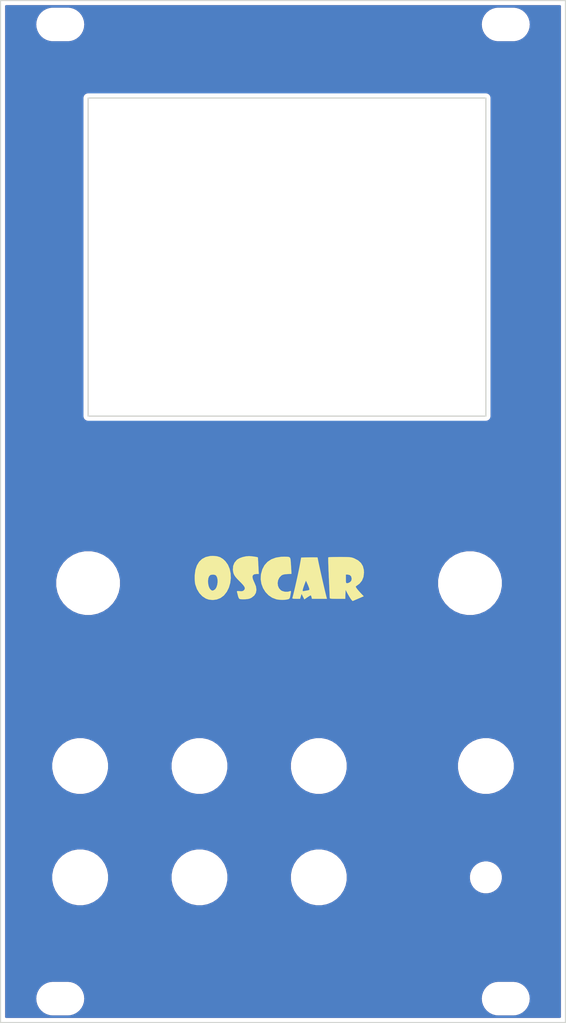
<source format=kicad_pcb>
(kicad_pcb (version 20171130) (host pcbnew "(5.1.4)-1")

  (general
    (thickness 1.6)
    (drawings 37)
    (tracks 0)
    (zones 0)
    (modules 15)
    (nets 1)
  )

  (page A4)
  (layers
    (0 F.Cu signal)
    (31 B.Cu signal hide)
    (34 B.Paste user)
    (35 F.Paste user)
    (36 B.SilkS user)
    (37 F.SilkS user)
    (38 B.Mask user)
    (39 F.Mask user)
    (40 Dwgs.User user)
    (41 Cmts.User user)
    (42 Eco1.User user hide)
    (43 Eco2.User user)
    (44 Edge.Cuts user)
    (45 Margin user)
    (46 B.CrtYd user)
    (47 F.CrtYd user)
    (48 B.Fab user)
    (49 F.Fab user hide)
  )

  (setup
    (last_trace_width 0.25)
    (user_trace_width 0.25)
    (user_trace_width 0.3)
    (user_trace_width 0.4)
    (trace_clearance 0.2)
    (zone_clearance 0.508)
    (zone_45_only no)
    (trace_min 0.2)
    (via_size 0.8)
    (via_drill 0.4)
    (via_min_size 0.4)
    (via_min_drill 0.3)
    (blind_buried_vias_allowed yes)
    (uvia_size 0.3)
    (uvia_drill 0.1)
    (uvias_allowed no)
    (uvia_min_size 0.2)
    (uvia_min_drill 0.1)
    (edge_width 0.05)
    (segment_width 0.2)
    (pcb_text_width 0.3)
    (pcb_text_size 1.5 1.5)
    (mod_edge_width 0.12)
    (mod_text_size 1 1)
    (mod_text_width 0.15)
    (pad_size 1.524 1.524)
    (pad_drill 0.762)
    (pad_to_mask_clearance 0.051)
    (solder_mask_min_width 0.25)
    (aux_axis_origin 0 0)
    (visible_elements 7FFFFF7F)
    (pcbplotparams
      (layerselection 0x010fc_ffffffff)
      (usegerberextensions false)
      (usegerberattributes false)
      (usegerberadvancedattributes false)
      (creategerberjobfile false)
      (excludeedgelayer true)
      (linewidth 0.100000)
      (plotframeref false)
      (viasonmask false)
      (mode 1)
      (useauxorigin false)
      (hpglpennumber 1)
      (hpglpenspeed 20)
      (hpglpendiameter 15.000000)
      (psnegative false)
      (psa4output false)
      (plotreference true)
      (plotvalue true)
      (plotinvisibletext false)
      (padsonsilk false)
      (subtractmaskfromsilk false)
      (outputformat 1)
      (mirror false)
      (drillshape 0)
      (scaleselection 1)
      (outputdirectory "Gerbers/"))
  )

  (net 0 "")

  (net_class Default "This is the default net class."
    (clearance 0.2)
    (trace_width 0.25)
    (via_dia 0.8)
    (via_drill 0.4)
    (uvia_dia 0.3)
    (uvia_drill 0.1)
  )

  (module oscar_logo:oscar_logo (layer F.Cu) (tedit 0) (tstamp 5D723FDB)
    (at 161 113.65)
    (fp_text reference G*** (at 0 0) (layer F.SilkS) hide
      (effects (font (size 1.524 1.524) (thickness 0.3)))
    )
    (fp_text value LOGO (at 0.75 0) (layer F.SilkS) hide
      (effects (font (size 1.524 1.524) (thickness 0.3)))
    )
    (fp_poly (pts (xy 3.492723 -2.89082) (xy 3.719085 -2.885212) (xy 3.835946 -2.875048) (xy 3.846286 -2.870052)
      (xy 3.862148 -2.761557) (xy 3.906688 -2.532083) (xy 3.975333 -2.201932) (xy 4.063511 -1.791408)
      (xy 4.166651 -1.320816) (xy 4.280181 -0.810457) (xy 4.399529 -0.280637) (xy 4.520123 0.248341)
      (xy 4.637392 0.756174) (xy 4.746764 1.222559) (xy 4.843667 1.627192) (xy 4.923529 1.949768)
      (xy 4.978688 2.159) (xy 5.024357 2.322286) (xy 3.132104 2.322286) (xy 3.084286 2.104571)
      (xy 3.034002 1.95229) (xy 2.979016 1.886902) (xy 2.977806 1.886857) (xy 2.891248 1.925162)
      (xy 2.725199 2.024766) (xy 2.549627 2.14104) (xy 2.18011 2.395223) (xy 2.005281 2.051214)
      (xy 1.830451 1.707206) (xy 1.73831 2.014746) (xy 1.646168 2.322286) (xy 1.141891 2.322286)
      (xy 0.864295 2.314913) (xy 0.712723 2.290416) (xy 0.668694 2.245228) (xy 0.671821 2.231571)
      (xy 0.715987 2.0848) (xy 0.784719 1.819926) (xy 0.87258 1.460853) (xy 0.90499 1.32382)
      (xy 1.964721 1.32382) (xy 2.017961 1.36401) (xy 2.112872 1.350605) (xy 2.302455 1.314611)
      (xy 2.536867 1.274189) (xy 2.564868 1.269631) (xy 2.743124 1.231652) (xy 2.811131 1.173125)
      (xy 2.803018 1.058629) (xy 2.796169 1.029593) (xy 2.739441 0.856244) (xy 2.643335 0.614896)
      (xy 2.564077 0.435428) (xy 2.379553 0.036286) (xy 2.200744 0.505949) (xy 2.102413 0.778346)
      (xy 2.0223 1.025619) (xy 1.98084 1.181087) (xy 1.964721 1.32382) (xy 0.90499 1.32382)
      (xy 0.974133 1.031485) (xy 1.083941 0.555729) (xy 1.19657 0.057487) (xy 1.306582 -0.439333)
      (xy 1.408541 -0.910829) (xy 1.49701 -1.333095) (xy 1.566555 -1.682226) (xy 1.588235 -1.79813)
      (xy 1.78273 -2.866572) (xy 2.814508 -2.886707) (xy 3.182613 -2.891457) (xy 3.492723 -2.89082)) (layer F.SilkS) (width 0.01))
    (fp_poly (pts (xy -4.585014 -3.037943) (xy -4.333503 -3.011954) (xy -4.072858 -2.976312) (xy -3.8461 -2.937292)
      (xy -3.696247 -2.90117) (xy -3.661667 -2.884202) (xy -3.653214 -2.809447) (xy -3.639683 -2.615989)
      (xy -3.6227 -2.330111) (xy -3.603891 -1.978098) (xy -3.596601 -1.832429) (xy -3.545796 -0.798286)
      (xy -3.836 -0.798286) (xy -4.115927 -0.760911) (xy -4.283972 -0.645575) (xy -4.341285 -0.447466)
      (xy -4.289017 -0.161768) (xy -4.128317 0.216333) (xy -4.094238 0.282639) (xy -3.900898 0.761007)
      (xy -3.840798 1.196306) (xy -3.911922 1.581424) (xy -4.112253 1.909247) (xy -4.439773 2.172665)
      (xy -4.661374 2.282536) (xy -4.884354 2.340073) (xy -5.191375 2.376167) (xy -5.522516 2.387832)
      (xy -5.817852 2.372083) (xy -5.957242 2.347096) (xy -6.046107 2.259081) (xy -6.129138 2.067653)
      (xy -6.155078 1.974515) (xy -6.214025 1.736454) (xy -6.266057 1.535788) (xy -6.281518 1.479665)
      (xy -6.296665 1.390999) (xy -6.25408 1.350867) (xy -6.12197 1.347832) (xy -5.95467 1.362091)
      (xy -5.700456 1.371618) (xy -5.535669 1.333363) (xy -5.440845 1.268179) (xy -5.327236 1.132366)
      (xy -5.294772 0.987491) (xy -5.351096 0.815717) (xy -5.503849 0.599205) (xy -5.760674 0.320118)
      (xy -5.911129 0.170442) (xy -6.241081 -0.162883) (xy -6.476054 -0.432977) (xy -6.633134 -0.668849)
      (xy -6.729404 -0.899508) (xy -6.781949 -1.153964) (xy -6.800274 -1.339292) (xy -6.769033 -1.806889)
      (xy -6.604793 -2.217696) (xy -6.31 -2.566089) (xy -6.241143 -2.623414) (xy -5.958772 -2.787409)
      (xy -5.584877 -2.923142) (xy -5.172508 -3.015152) (xy -4.784372 -3.048) (xy -4.585014 -3.037943)) (layer F.SilkS) (width 0.01))
    (fp_poly (pts (xy -0.028949 -2.969694) (xy 0.201206 -2.945859) (xy 0.339841 -2.885978) (xy 0.413758 -2.773097)
      (xy 0.44976 -2.590264) (xy 0.464123 -2.442132) (xy 0.487713 -2.139377) (xy 0.512731 -1.770214)
      (xy 0.533861 -1.41322) (xy 0.534324 -1.404559) (xy 0.56581 -0.813404) (xy 0.032587 -0.786478)
      (xy -0.305249 -0.75581) (xy -0.539393 -0.697997) (xy -0.70389 -0.608047) (xy -0.961386 -0.339609)
      (xy -1.118617 -0.013994) (xy -1.176861 0.338123) (xy -1.137396 0.686068) (xy -1.001502 0.999166)
      (xy -0.770457 1.246742) (xy -0.622889 1.334845) (xy -0.27139 1.435381) (xy 0.103213 1.435414)
      (xy 0.321847 1.380653) (xy 0.424154 1.342856) (xy 0.480786 1.34322) (xy 0.497439 1.40748)
      (xy 0.479808 1.561368) (xy 0.433587 1.830617) (xy 0.428226 1.861347) (xy 0.380273 2.111074)
      (xy 0.329593 2.255648) (xy 0.251358 2.333366) (xy 0.120737 2.382524) (xy 0.083512 2.39303)
      (xy -0.207522 2.441126) (xy -0.576809 2.457335) (xy -0.961055 2.441861) (xy -1.296964 2.394909)
      (xy -1.325556 2.388467) (xy -1.851466 2.193361) (xy -2.31531 1.881769) (xy -2.704883 1.473518)
      (xy -3.00798 0.98843) (xy -3.212398 0.446331) (xy -3.305932 -0.132955) (xy -3.276378 -0.729603)
      (xy -3.269722 -0.769566) (xy -3.099557 -1.3884) (xy -2.82346 -1.909053) (xy -2.444498 -2.329186)
      (xy -1.965737 -2.646464) (xy -1.390243 -2.858548) (xy -0.72108 -2.963103) (xy -0.377428 -2.974438)
      (xy -0.028949 -2.969694)) (layer F.SilkS) (width 0.01))
    (fp_poly (pts (xy -8.821475 -3.034352) (xy -8.405391 -2.907947) (xy -8.037212 -2.678863) (xy -7.743868 -2.403397)
      (xy -7.424897 -1.960794) (xy -7.205754 -1.439765) (xy -7.085203 -0.866064) (xy -7.062011 -0.265445)
      (xy -7.134946 0.336337) (xy -7.302773 0.913531) (xy -7.564259 1.440381) (xy -7.918171 1.891134)
      (xy -7.951131 1.923808) (xy -8.355797 2.220405) (xy -8.826542 2.405806) (xy -9.329964 2.474505)
      (xy -9.83266 2.420993) (xy -10.196286 2.293966) (xy -10.639492 2.006334) (xy -11.018586 1.603691)
      (xy -11.317704 1.107915) (xy -11.520983 0.540882) (xy -11.546375 0.431989) (xy -11.58144 0.172355)
      (xy -11.587223 0.066189) (xy -9.928608 0.066189) (xy -9.913159 0.402849) (xy -9.847159 0.727569)
      (xy -9.73286 1.004275) (xy -9.572513 1.196891) (xy -9.531889 1.224046) (xy -9.423976 1.285373)
      (xy -9.35244 1.295107) (xy -9.240083 1.256651) (xy -9.19401 1.238932) (xy -9.00796 1.100761)
      (xy -8.865566 0.865986) (xy -8.769546 0.568145) (xy -8.722618 0.240773) (xy -8.727503 -0.082592)
      (xy -8.786918 -0.368413) (xy -8.903583 -0.583153) (xy -9.038394 -0.680634) (xy -9.28492 -0.723592)
      (xy -9.543946 -0.694904) (xy -9.649138 -0.654675) (xy -9.798849 -0.498648) (xy -9.891255 -0.246335)
      (xy -9.928608 0.066189) (xy -11.587223 0.066189) (xy -11.600244 -0.172809) (xy -11.600077 -0.544524)
      (xy -11.59605 -0.649784) (xy -11.510536 -1.311882) (xy -11.325168 -1.875674) (xy -11.044177 -2.336641)
      (xy -10.671796 -2.690263) (xy -10.212255 -2.932021) (xy -9.669787 -3.057394) (xy -9.325429 -3.07505)
      (xy -8.821475 -3.034352)) (layer F.SilkS) (width 0.01))
    (fp_poly (pts (xy 6.62819 -2.938424) (xy 7.119279 -2.936987) (xy 7.490934 -2.931645) (xy 7.768859 -2.919978)
      (xy 7.978755 -2.899568) (xy 8.146324 -2.867995) (xy 8.297269 -2.822842) (xy 8.442377 -2.767698)
      (xy 8.933114 -2.511959) (xy 9.297237 -2.187085) (xy 9.538687 -1.787358) (xy 9.661404 -1.30706)
      (xy 9.679646 -0.972573) (xy 9.615053 -0.430924) (xy 9.429541 0.030834) (xy 9.121791 0.415047)
      (xy 8.740101 0.695958) (xy 8.653868 0.756791) (xy 8.648104 0.826737) (xy 8.723122 0.957436)
      (xy 8.741865 0.986244) (xy 8.86098 1.144322) (xy 9.043848 1.360207) (xy 9.252036 1.588628)
      (xy 9.263324 1.600515) (xy 9.647006 2.003601) (xy 8.980928 2.289943) (xy 8.694174 2.413239)
      (xy 8.458387 2.51466) (xy 8.304758 2.580788) (xy 8.263932 2.598403) (xy 8.198104 2.556524)
      (xy 8.084119 2.425229) (xy 7.99884 2.308117) (xy 7.839979 2.059698) (xy 7.667002 1.764649)
      (xy 7.575334 1.596571) (xy 7.366 1.197428) (xy 7.344804 1.759857) (xy 7.323609 2.322286)
      (xy 6.346947 2.322286) (xy 5.95273 2.320798) (xy 5.681126 2.31431) (xy 5.509622 2.299787)
      (xy 5.415701 2.274192) (xy 5.376849 2.234489) (xy 5.370286 2.190589) (xy 5.367054 2.088736)
      (xy 5.35788 1.859794) (xy 5.343539 1.521664) (xy 5.324812 1.092244) (xy 5.302475 0.589434)
      (xy 5.277307 0.031132) (xy 5.25791 -0.394273) (xy 5.243507 -0.725714) (xy 7.402286 -0.725714)
      (xy 7.402286 -0.181429) (xy 7.404816 0.095576) (xy 7.418822 0.257971) (xy 7.453931 0.336279)
      (xy 7.519766 0.361022) (xy 7.573927 0.362857) (xy 7.751513 0.318593) (xy 7.936784 0.212447)
      (xy 8.075817 0.059028) (xy 8.125811 -0.142273) (xy 8.128 -0.218867) (xy 8.070734 -0.484813)
      (xy 7.905337 -0.656589) (xy 7.641412 -0.724909) (xy 7.603852 -0.725714) (xy 7.402286 -0.725714)
      (xy 5.243507 -0.725714) (xy 5.2326 -0.97667) (xy 5.211947 -1.512341) (xy 5.196407 -1.98419)
      (xy 5.186434 -2.375118) (xy 5.182485 -2.668029) (xy 5.185015 -2.845824) (xy 5.191386 -2.893291)
      (xy 5.27502 -2.907524) (xy 5.480615 -2.919882) (xy 5.784993 -2.929638) (xy 6.164977 -2.936062)
      (xy 6.59739 -2.938428) (xy 6.62819 -2.938424)) (layer F.SilkS) (width 0.01))
  )

  (module Custom_Footprints:Alpha_9mm_pot_hole (layer F.Cu) (tedit 5D714505) (tstamp 5D7146C7)
    (at 136 114)
    (descr "Mounting Hole 7mm")
    (tags "mounting hole 7mm")
    (fp_text reference Ref** (at 0 -6.8) (layer F.SilkS) hide
      (effects (font (size 1 1) (thickness 0.15)))
    )
    (fp_text value Alpha_9mm_pot_hole (at 0 7) (layer F.Fab) hide
      (effects (font (size 1 1) (thickness 0.15)))
    )
    (fp_circle (center 0 0) (end 6 0) (layer F.CrtYd) (width 0.05))
    (fp_circle (center 0 0) (end 3.5 0) (layer Cmts.User) (width 0.15))
    (pad "" np_thru_hole circle (at 0 0) (size 7 7) (drill 7) (layers *.Cu *.Mask))
  )

  (module Custom_Footprints:Oval_Mounting_Hole (layer F.Cu) (tedit 5C93BEBC) (tstamp 5D72409D)
    (at 188.5 166.25)
    (descr "Mounting Hole 6mm, no annular")
    (tags "mounting hole 6mm no annular")
    (fp_text reference Ref** (at 0 -3.5) (layer F.SilkS) hide
      (effects (font (size 1 1) (thickness 0.15)))
    )
    (fp_text value Oval_Mounting_Hole (at 0 5.08) (layer F.Fab)
      (effects (font (size 1 1) (thickness 0.15)))
    )
    (fp_line (start 5.08 -3) (end 7.5 -3) (layer Dwgs.User) (width 0.15))
    (fp_line (start 5.08 3) (end 7.5 3) (layer Dwgs.User) (width 0.15))
    (fp_line (start 7.5 1.27) (end 7.5 3) (layer Dwgs.User) (width 0.15))
    (fp_line (start 7.5 -3) (end 7.5 -1.27) (layer Dwgs.User) (width 0.15))
    (fp_line (start -7.5 3) (end -5.08 3) (layer Dwgs.User) (width 0.15))
    (fp_line (start -7.5 -3) (end -5.08 -3) (layer Dwgs.User) (width 0.15))
    (fp_line (start -7.5 1.27) (end -7.5 3) (layer Dwgs.User) (width 0.15))
    (fp_line (start -7.5 -3) (end -7.5 -1.27) (layer Dwgs.User) (width 0.15))
    (fp_circle (center 0 0) (end 1.54 0) (layer Cmts.User) (width 0.15))
    (pad "" np_thru_hole oval (at 0 0) (size 5 3.2) (drill oval 5 3.2) (layers *.Cu *.Mask))
  )

  (module Custom_Footprints:Oval_Mounting_Hole (layer F.Cu) (tedit 5C93BEBC) (tstamp 5D724068)
    (at 132.5 166.25)
    (descr "Mounting Hole 6mm, no annular")
    (tags "mounting hole 6mm no annular")
    (fp_text reference Ref** (at 0 -3.5) (layer F.SilkS) hide
      (effects (font (size 1 1) (thickness 0.15)))
    )
    (fp_text value Oval_Mounting_Hole (at 0 5.08) (layer F.Fab)
      (effects (font (size 1 1) (thickness 0.15)))
    )
    (fp_circle (center 0 0) (end 1.54 0) (layer Cmts.User) (width 0.15))
    (fp_line (start -7.5 -3) (end -7.5 -1.27) (layer Dwgs.User) (width 0.15))
    (fp_line (start -7.5 1.27) (end -7.5 3) (layer Dwgs.User) (width 0.15))
    (fp_line (start -7.5 -3) (end -5.08 -3) (layer Dwgs.User) (width 0.15))
    (fp_line (start -7.5 3) (end -5.08 3) (layer Dwgs.User) (width 0.15))
    (fp_line (start 7.5 -3) (end 7.5 -1.27) (layer Dwgs.User) (width 0.15))
    (fp_line (start 7.5 1.27) (end 7.5 3) (layer Dwgs.User) (width 0.15))
    (fp_line (start 5.08 3) (end 7.5 3) (layer Dwgs.User) (width 0.15))
    (fp_line (start 5.08 -3) (end 7.5 -3) (layer Dwgs.User) (width 0.15))
    (pad "" np_thru_hole oval (at 0 0) (size 5 3.2) (drill oval 5 3.2) (layers *.Cu *.Mask))
  )

  (module Custom_Footprints:Oval_Mounting_Hole (layer F.Cu) (tedit 5C93BEBC) (tstamp 5D724033)
    (at 188.5 43.75)
    (descr "Mounting Hole 6mm, no annular")
    (tags "mounting hole 6mm no annular")
    (fp_text reference Ref** (at 0 -3.5) (layer F.SilkS) hide
      (effects (font (size 1 1) (thickness 0.15)))
    )
    (fp_text value Oval_Mounting_Hole (at 0 5.08) (layer F.Fab)
      (effects (font (size 1 1) (thickness 0.15)))
    )
    (fp_circle (center 0 0) (end 1.54 0) (layer Cmts.User) (width 0.15))
    (fp_line (start -7.5 -3) (end -7.5 -1.27) (layer Dwgs.User) (width 0.15))
    (fp_line (start -7.5 1.27) (end -7.5 3) (layer Dwgs.User) (width 0.15))
    (fp_line (start -7.5 -3) (end -5.08 -3) (layer Dwgs.User) (width 0.15))
    (fp_line (start -7.5 3) (end -5.08 3) (layer Dwgs.User) (width 0.15))
    (fp_line (start 7.5 -3) (end 7.5 -1.27) (layer Dwgs.User) (width 0.15))
    (fp_line (start 7.5 1.27) (end 7.5 3) (layer Dwgs.User) (width 0.15))
    (fp_line (start 5.08 3) (end 7.5 3) (layer Dwgs.User) (width 0.15))
    (fp_line (start 5.08 -3) (end 7.5 -3) (layer Dwgs.User) (width 0.15))
    (pad "" np_thru_hole oval (at 0 0) (size 5 3.2) (drill oval 5 3.2) (layers *.Cu *.Mask))
  )

  (module Custom_Footprints:Oval_Mounting_Hole (layer F.Cu) (tedit 5C93BEBC) (tstamp 5D724024)
    (at 132.5 43.75)
    (descr "Mounting Hole 6mm, no annular")
    (tags "mounting hole 6mm no annular")
    (fp_text reference Ref** (at 0 -3.5) (layer F.SilkS) hide
      (effects (font (size 1 1) (thickness 0.15)))
    )
    (fp_text value Oval_Mounting_Hole (at 0 5.08) (layer F.Fab)
      (effects (font (size 1 1) (thickness 0.15)))
    )
    (fp_line (start 5.08 -3) (end 7.5 -3) (layer Dwgs.User) (width 0.15))
    (fp_line (start 5.08 3) (end 7.5 3) (layer Dwgs.User) (width 0.15))
    (fp_line (start 7.5 1.27) (end 7.5 3) (layer Dwgs.User) (width 0.15))
    (fp_line (start 7.5 -3) (end 7.5 -1.27) (layer Dwgs.User) (width 0.15))
    (fp_line (start -7.5 3) (end -5.08 3) (layer Dwgs.User) (width 0.15))
    (fp_line (start -7.5 -3) (end -5.08 -3) (layer Dwgs.User) (width 0.15))
    (fp_line (start -7.5 1.27) (end -7.5 3) (layer Dwgs.User) (width 0.15))
    (fp_line (start -7.5 -3) (end -7.5 -1.27) (layer Dwgs.User) (width 0.15))
    (fp_circle (center 0 0) (end 1.54 0) (layer Cmts.User) (width 0.15))
    (pad "" np_thru_hole oval (at 0 0) (size 5 3.2) (drill oval 5 3.2) (layers *.Cu *.Mask))
  )

  (module Custom_Footprints:Alpha_9mm_pot_hole (layer F.Cu) (tedit 5D714505) (tstamp 5D714682)
    (at 184 114)
    (descr "Mounting Hole 7mm")
    (tags "mounting hole 7mm")
    (fp_text reference Ref** (at 0 -6.8) (layer F.SilkS) hide
      (effects (font (size 1 1) (thickness 0.15)))
    )
    (fp_text value Alpha_9mm_pot_hole (at 0 7) (layer F.Fab) hide
      (effects (font (size 1 1) (thickness 0.15)))
    )
    (fp_circle (center 0 0) (end 3.5 0) (layer Cmts.User) (width 0.15))
    (fp_circle (center 0 0) (end 6 0) (layer F.CrtYd) (width 0.05))
    (pad "" np_thru_hole circle (at 0 0) (size 7 7) (drill 7) (layers *.Cu *.Mask))
  )

  (module Custom_Footprints:Sub_Miniature_Switch_MountingHole_3mm (layer F.Cu) (tedit 5D7142DE) (tstamp 5D7143EB)
    (at 186 151)
    (descr "Mounting Hole 6mm, no annular")
    (tags "mounting hole 6mm no annular")
    (fp_text reference Ref** (at 0 -5.4) (layer F.SilkS) hide
      (effects (font (size 1 1) (thickness 0.15)))
    )
    (fp_text value Subminiature_Switch (at 0 5.1) (layer F.Fab) hide
      (effects (font (size 1 1) (thickness 0.15)))
    )
    (fp_circle (center 0 0) (end 1.5 0) (layer Cmts.User) (width 0.15))
    (fp_circle (center 0 0) (end 1.6 0) (layer F.CrtYd) (width 0.05))
    (pad "" np_thru_hole circle (at 0 0) (size 3 3) (drill 3) (layers *.Cu *.Mask))
  )

  (module Custom_Footprints:Thonkiconn_Socket_MountingHole_6mm (layer F.Cu) (tedit 5C92C29C) (tstamp 5D713704)
    (at 165 151)
    (descr "Mounting Hole 6mm, no annular")
    (tags "mounting hole 6mm no annular")
    (fp_text reference Ref** (at 0 -5.8) (layer F.SilkS) hide
      (effects (font (size 1 1) (thickness 0.15)))
    )
    (fp_text value Thonkiconn_Socket_MountingHole_6mm (at 0 5.825) (layer F.Fab)
      (effects (font (size 1 1) (thickness 0.15)))
    )
    (fp_circle (center 0 0) (end 4.5 0) (layer F.CrtYd) (width 0.05))
    (pad "" np_thru_hole circle (at 0 0) (size 6 6) (drill 6) (layers *.Cu *.Mask))
  )

  (module Custom_Footprints:Thonkiconn_Socket_MountingHole_6mm (layer F.Cu) (tedit 5C92C29C) (tstamp 5D7136DD)
    (at 150 151)
    (descr "Mounting Hole 6mm, no annular")
    (tags "mounting hole 6mm no annular")
    (fp_text reference Ref** (at 0 -5.8) (layer F.SilkS) hide
      (effects (font (size 1 1) (thickness 0.15)))
    )
    (fp_text value Thonkiconn_Socket_MountingHole_6mm (at 0 5.825) (layer F.Fab)
      (effects (font (size 1 1) (thickness 0.15)))
    )
    (fp_circle (center 0 0) (end 4.5 0) (layer F.CrtYd) (width 0.05))
    (pad "" np_thru_hole circle (at 0 0) (size 6 6) (drill 6) (layers *.Cu *.Mask))
  )

  (module Custom_Footprints:Thonkiconn_Socket_MountingHole_6mm (layer F.Cu) (tedit 5C92C29C) (tstamp 5D7136AF)
    (at 135 151)
    (descr "Mounting Hole 6mm, no annular")
    (tags "mounting hole 6mm no annular")
    (fp_text reference Ref** (at 0 -5.8) (layer F.SilkS) hide
      (effects (font (size 1 1) (thickness 0.15)))
    )
    (fp_text value Thonkiconn_Socket_MountingHole_6mm (at 0 5.825) (layer F.Fab)
      (effects (font (size 1 1) (thickness 0.15)))
    )
    (fp_circle (center 0 0) (end 4.5 0) (layer F.CrtYd) (width 0.05))
    (pad "" np_thru_hole circle (at 0 0) (size 6 6) (drill 6) (layers *.Cu *.Mask))
  )

  (module Custom_Footprints:Thonkiconn_Socket_MountingHole_6mm (layer F.Cu) (tedit 5C92C29C) (tstamp 5D713638)
    (at 186 137)
    (descr "Mounting Hole 6mm, no annular")
    (tags "mounting hole 6mm no annular")
    (fp_text reference Ref** (at 0 -5.8) (layer F.SilkS) hide
      (effects (font (size 1 1) (thickness 0.15)))
    )
    (fp_text value Thonkiconn_Socket_MountingHole_6mm (at 0 5.825) (layer F.Fab)
      (effects (font (size 1 1) (thickness 0.15)))
    )
    (fp_circle (center 0 0) (end 4.5 0) (layer F.CrtYd) (width 0.05))
    (pad "" np_thru_hole circle (at 0 0) (size 6 6) (drill 6) (layers *.Cu *.Mask))
  )

  (module Custom_Footprints:Thonkiconn_Socket_MountingHole_6mm (layer F.Cu) (tedit 5C92C29C) (tstamp 5D713611)
    (at 165 137)
    (descr "Mounting Hole 6mm, no annular")
    (tags "mounting hole 6mm no annular")
    (fp_text reference Ref** (at 0 -5.8) (layer F.SilkS) hide
      (effects (font (size 1 1) (thickness 0.15)))
    )
    (fp_text value Thonkiconn_Socket_MountingHole_6mm (at 0 5.825) (layer F.Fab)
      (effects (font (size 1 1) (thickness 0.15)))
    )
    (fp_circle (center 0 0) (end 4.5 0) (layer F.CrtYd) (width 0.05))
    (pad "" np_thru_hole circle (at 0 0) (size 6 6) (drill 6) (layers *.Cu *.Mask))
  )

  (module Custom_Footprints:Thonkiconn_Socket_MountingHole_6mm (layer F.Cu) (tedit 5C92C29C) (tstamp 5D7135EA)
    (at 150 137)
    (descr "Mounting Hole 6mm, no annular")
    (tags "mounting hole 6mm no annular")
    (fp_text reference Ref** (at 0 -5.8) (layer F.SilkS) hide
      (effects (font (size 1 1) (thickness 0.15)))
    )
    (fp_text value Thonkiconn_Socket_MountingHole_6mm (at 0 5.825) (layer F.Fab)
      (effects (font (size 1 1) (thickness 0.15)))
    )
    (fp_circle (center 0 0) (end 4.5 0) (layer F.CrtYd) (width 0.05))
    (pad "" np_thru_hole circle (at 0 0) (size 6 6) (drill 6) (layers *.Cu *.Mask))
  )

  (module Custom_Footprints:Thonkiconn_Socket_MountingHole_6mm (layer F.Cu) (tedit 5C92C29C) (tstamp 5D712D64)
    (at 135 137)
    (descr "Mounting Hole 6mm, no annular")
    (tags "mounting hole 6mm no annular")
    (fp_text reference Ref** (at 0 -5.8) (layer F.SilkS) hide
      (effects (font (size 1 1) (thickness 0.15)))
    )
    (fp_text value Thonkiconn_Socket_MountingHole_6mm (at 0 5.825) (layer F.Fab)
      (effects (font (size 1 1) (thickness 0.15)))
    )
    (fp_circle (center 0 0) (end 4.5 0) (layer F.CrtYd) (width 0.05))
    (pad "" np_thru_hole circle (at 0 0) (size 6 6) (drill 6) (layers *.Cu *.Mask))
  )

  (gr_poly (pts (xy 172 154) (xy 172 148) (xy 175 151)) (layer F.Mask) (width 0.1) (tstamp 5D7244B2))
  (gr_poly (pts (xy 174.5 134) (xy 174.5 140) (xy 171.5 137)) (layer F.Mask) (width 0.1))
  (gr_text OUT (at 176 151) (layer F.Mask) (tstamp 5D724424)
    (effects (font (size 2 2) (thickness 0.3)) (justify left))
  )
  (gr_text IN (at 176 137) (layer F.Mask) (tstamp 5D724412)
    (effects (font (size 2 2) (thickness 0.3)) (justify left))
  )
  (gr_text C (at 165 129) (layer F.Mask) (tstamp 5D724402)
    (effects (font (size 2 2) (thickness 0.3)))
  )
  (gr_text B (at 150 129) (layer F.Mask) (tstamp 5D724400)
    (effects (font (size 2 2) (thickness 0.3)))
  )
  (gr_text A (at 135 129) (layer F.Mask) (tstamp 5D7243FC)
    (effects (font (size 2 2) (thickness 0.3)))
  )
  (gr_text Reset (at 186 156) (layer F.Mask) (tstamp 5D72431B)
    (effects (font (size 2 2) (thickness 0.3)))
  )
  (gr_text MIDI (at 186 129) (layer F.Mask) (tstamp 5D7242FD)
    (effects (font (size 2 2) (thickness 0.3)))
  )
  (gr_text Menu (at 184 101) (layer F.Mask) (tstamp 5D72428B)
    (effects (font (size 2 2) (thickness 0.3)))
  )
  (gr_text Mode (at 135.7 101) (layer F.Mask) (tstamp 5D724287)
    (effects (font (size 2 2) (thickness 0.3)))
  )
  (gr_line (start 136 125) (end 136 106.6) (layer Eco1.User) (width 0.12) (tstamp 5D7146BA))
  (gr_line (start 127.4 114) (end 193.5 114) (layer Eco1.User) (width 0.15))
  (gr_line (start 184 121.5) (end 184 103.1) (layer Eco1.User) (width 0.12))
  (gr_line (start 186 132.6) (end 186 154.4) (layer Eco1.User) (width 0.15))
  (gr_line (start 165 132.9) (end 165 155.5) (layer Eco1.User) (width 0.15))
  (gr_line (start 150 133.4) (end 150 155.4) (layer Eco1.User) (width 0.15))
  (gr_line (start 130.5 151) (end 194.3 151) (layer Eco1.User) (width 0.15))
  (gr_line (start 135 132.9) (end 135 154.9) (layer Eco1.User) (width 0.15))
  (gr_line (start 130.6 137) (end 188.9 137) (layer Eco1.User) (width 0.15))
  (gr_line (start 186 93) (end 136 93) (layer Edge.Cuts) (width 0.15) (tstamp 5D7121D2))
  (gr_line (start 186 53) (end 186 93) (layer Edge.Cuts) (width 0.15) (tstamp 5D7121D1))
  (gr_line (start 136 93) (end 136 53) (layer Edge.Cuts) (width 0.15) (tstamp 5D7121D0))
  (gr_line (start 136 53) (end 186 53) (layer Edge.Cuts) (width 0.15) (tstamp 5D7121CF))
  (gr_line (start 136 93) (end 136 53) (layer Eco1.User) (width 0.15) (tstamp 5D711E6C))
  (gr_line (start 186 93) (end 136 93) (layer Eco1.User) (width 0.15))
  (gr_line (start 186 53) (end 186 93) (layer Eco1.User) (width 0.15))
  (gr_line (start 136 53) (end 186 53) (layer Eco1.User) (width 0.15))
  (gr_line (start 196 40.75) (end 196 169.25) (layer Edge.Cuts) (width 0.12) (tstamp 5D711911))
  (gr_line (start 125 169.25) (end 196 169.25) (layer Edge.Cuts) (width 0.12) (tstamp 5D711ED8))
  (gr_line (start 125 40.75) (end 196 40.75) (layer Edge.Cuts) (width 0.12) (tstamp 5D71190F))
  (gr_line (start 125 40.75) (end 125 169.25) (layer Edge.Cuts) (width 0.12) (tstamp 5D71190E))
  (gr_text "Mountjoy Modular" (at 150.421429 47.1) (layer F.Mask)
    (effects (font (size 1.5 1.5) (thickness 0.3)) (justify left))
  )
  (gr_line (start 125 160) (end 196 160) (layer Eco1.User) (width 0.12) (tstamp 5D2F7B8D))
  (gr_line (start 196 50) (end 196 160) (layer Eco1.User) (width 0.12) (tstamp 5D2F7B8C))
  (gr_line (start 125 50) (end 196 50) (layer Eco1.User) (width 0.12) (tstamp 5D2F7B7C))
  (gr_line (start 125 50) (end 125 160) (layer Eco1.User) (width 0.12))

  (zone (net 0) (net_name "") (layer B.Cu) (tstamp 5D701F4C) (hatch edge 0.508)
    (connect_pads (clearance 0.508))
    (min_thickness 0.254)
    (fill yes (arc_segments 32) (thermal_gap 0.508) (thermal_bridge_width 0.508))
    (polygon
      (pts
        (xy 196 40.8) (xy 125 40.8) (xy 125 169.2) (xy 196 169.2)
      )
    )
    (filled_polygon
      (pts
        (xy 195.305001 168.555) (xy 125.695 168.555) (xy 125.695 166.25) (xy 129.354186 166.25) (xy 129.397339 166.688137)
        (xy 129.525138 167.109436) (xy 129.732674 167.497707) (xy 130.01197 167.83803) (xy 130.352293 168.117326) (xy 130.740564 168.324862)
        (xy 131.161863 168.452661) (xy 131.490204 168.485) (xy 133.509796 168.485) (xy 133.838137 168.452661) (xy 134.259436 168.324862)
        (xy 134.647707 168.117326) (xy 134.98803 167.83803) (xy 135.267326 167.497707) (xy 135.474862 167.109436) (xy 135.602661 166.688137)
        (xy 135.645814 166.25) (xy 185.354186 166.25) (xy 185.397339 166.688137) (xy 185.525138 167.109436) (xy 185.732674 167.497707)
        (xy 186.01197 167.83803) (xy 186.352293 168.117326) (xy 186.740564 168.324862) (xy 187.161863 168.452661) (xy 187.490204 168.485)
        (xy 189.509796 168.485) (xy 189.838137 168.452661) (xy 190.259436 168.324862) (xy 190.647707 168.117326) (xy 190.98803 167.83803)
        (xy 191.267326 167.497707) (xy 191.474862 167.109436) (xy 191.602661 166.688137) (xy 191.645814 166.25) (xy 191.602661 165.811863)
        (xy 191.474862 165.390564) (xy 191.267326 165.002293) (xy 190.98803 164.66197) (xy 190.647707 164.382674) (xy 190.259436 164.175138)
        (xy 189.838137 164.047339) (xy 189.509796 164.015) (xy 187.490204 164.015) (xy 187.161863 164.047339) (xy 186.740564 164.175138)
        (xy 186.352293 164.382674) (xy 186.01197 164.66197) (xy 185.732674 165.002293) (xy 185.525138 165.390564) (xy 185.397339 165.811863)
        (xy 185.354186 166.25) (xy 135.645814 166.25) (xy 135.602661 165.811863) (xy 135.474862 165.390564) (xy 135.267326 165.002293)
        (xy 134.98803 164.66197) (xy 134.647707 164.382674) (xy 134.259436 164.175138) (xy 133.838137 164.047339) (xy 133.509796 164.015)
        (xy 131.490204 164.015) (xy 131.161863 164.047339) (xy 130.740564 164.175138) (xy 130.352293 164.382674) (xy 130.01197 164.66197)
        (xy 129.732674 165.002293) (xy 129.525138 165.390564) (xy 129.397339 165.811863) (xy 129.354186 166.25) (xy 125.695 166.25)
        (xy 125.695 150.641984) (xy 131.365 150.641984) (xy 131.365 151.358016) (xy 131.504691 152.06029) (xy 131.778705 152.721818)
        (xy 132.176511 153.317177) (xy 132.682823 153.823489) (xy 133.278182 154.221295) (xy 133.93971 154.495309) (xy 134.641984 154.635)
        (xy 135.358016 154.635) (xy 136.06029 154.495309) (xy 136.721818 154.221295) (xy 137.317177 153.823489) (xy 137.823489 153.317177)
        (xy 138.221295 152.721818) (xy 138.495309 152.06029) (xy 138.635 151.358016) (xy 138.635 150.641984) (xy 146.365 150.641984)
        (xy 146.365 151.358016) (xy 146.504691 152.06029) (xy 146.778705 152.721818) (xy 147.176511 153.317177) (xy 147.682823 153.823489)
        (xy 148.278182 154.221295) (xy 148.93971 154.495309) (xy 149.641984 154.635) (xy 150.358016 154.635) (xy 151.06029 154.495309)
        (xy 151.721818 154.221295) (xy 152.317177 153.823489) (xy 152.823489 153.317177) (xy 153.221295 152.721818) (xy 153.495309 152.06029)
        (xy 153.635 151.358016) (xy 153.635 150.641984) (xy 161.365 150.641984) (xy 161.365 151.358016) (xy 161.504691 152.06029)
        (xy 161.778705 152.721818) (xy 162.176511 153.317177) (xy 162.682823 153.823489) (xy 163.278182 154.221295) (xy 163.93971 154.495309)
        (xy 164.641984 154.635) (xy 165.358016 154.635) (xy 166.06029 154.495309) (xy 166.721818 154.221295) (xy 167.317177 153.823489)
        (xy 167.823489 153.317177) (xy 168.221295 152.721818) (xy 168.495309 152.06029) (xy 168.635 151.358016) (xy 168.635 150.789721)
        (xy 183.865 150.789721) (xy 183.865 151.210279) (xy 183.947047 151.622756) (xy 184.107988 152.011302) (xy 184.341637 152.360983)
        (xy 184.639017 152.658363) (xy 184.988698 152.892012) (xy 185.377244 153.052953) (xy 185.789721 153.135) (xy 186.210279 153.135)
        (xy 186.622756 153.052953) (xy 187.011302 152.892012) (xy 187.360983 152.658363) (xy 187.658363 152.360983) (xy 187.892012 152.011302)
        (xy 188.052953 151.622756) (xy 188.135 151.210279) (xy 188.135 150.789721) (xy 188.052953 150.377244) (xy 187.892012 149.988698)
        (xy 187.658363 149.639017) (xy 187.360983 149.341637) (xy 187.011302 149.107988) (xy 186.622756 148.947047) (xy 186.210279 148.865)
        (xy 185.789721 148.865) (xy 185.377244 148.947047) (xy 184.988698 149.107988) (xy 184.639017 149.341637) (xy 184.341637 149.639017)
        (xy 184.107988 149.988698) (xy 183.947047 150.377244) (xy 183.865 150.789721) (xy 168.635 150.789721) (xy 168.635 150.641984)
        (xy 168.495309 149.93971) (xy 168.221295 149.278182) (xy 167.823489 148.682823) (xy 167.317177 148.176511) (xy 166.721818 147.778705)
        (xy 166.06029 147.504691) (xy 165.358016 147.365) (xy 164.641984 147.365) (xy 163.93971 147.504691) (xy 163.278182 147.778705)
        (xy 162.682823 148.176511) (xy 162.176511 148.682823) (xy 161.778705 149.278182) (xy 161.504691 149.93971) (xy 161.365 150.641984)
        (xy 153.635 150.641984) (xy 153.495309 149.93971) (xy 153.221295 149.278182) (xy 152.823489 148.682823) (xy 152.317177 148.176511)
        (xy 151.721818 147.778705) (xy 151.06029 147.504691) (xy 150.358016 147.365) (xy 149.641984 147.365) (xy 148.93971 147.504691)
        (xy 148.278182 147.778705) (xy 147.682823 148.176511) (xy 147.176511 148.682823) (xy 146.778705 149.278182) (xy 146.504691 149.93971)
        (xy 146.365 150.641984) (xy 138.635 150.641984) (xy 138.495309 149.93971) (xy 138.221295 149.278182) (xy 137.823489 148.682823)
        (xy 137.317177 148.176511) (xy 136.721818 147.778705) (xy 136.06029 147.504691) (xy 135.358016 147.365) (xy 134.641984 147.365)
        (xy 133.93971 147.504691) (xy 133.278182 147.778705) (xy 132.682823 148.176511) (xy 132.176511 148.682823) (xy 131.778705 149.278182)
        (xy 131.504691 149.93971) (xy 131.365 150.641984) (xy 125.695 150.641984) (xy 125.695 136.641984) (xy 131.365 136.641984)
        (xy 131.365 137.358016) (xy 131.504691 138.06029) (xy 131.778705 138.721818) (xy 132.176511 139.317177) (xy 132.682823 139.823489)
        (xy 133.278182 140.221295) (xy 133.93971 140.495309) (xy 134.641984 140.635) (xy 135.358016 140.635) (xy 136.06029 140.495309)
        (xy 136.721818 140.221295) (xy 137.317177 139.823489) (xy 137.823489 139.317177) (xy 138.221295 138.721818) (xy 138.495309 138.06029)
        (xy 138.635 137.358016) (xy 138.635 136.641984) (xy 146.365 136.641984) (xy 146.365 137.358016) (xy 146.504691 138.06029)
        (xy 146.778705 138.721818) (xy 147.176511 139.317177) (xy 147.682823 139.823489) (xy 148.278182 140.221295) (xy 148.93971 140.495309)
        (xy 149.641984 140.635) (xy 150.358016 140.635) (xy 151.06029 140.495309) (xy 151.721818 140.221295) (xy 152.317177 139.823489)
        (xy 152.823489 139.317177) (xy 153.221295 138.721818) (xy 153.495309 138.06029) (xy 153.635 137.358016) (xy 153.635 136.641984)
        (xy 161.365 136.641984) (xy 161.365 137.358016) (xy 161.504691 138.06029) (xy 161.778705 138.721818) (xy 162.176511 139.317177)
        (xy 162.682823 139.823489) (xy 163.278182 140.221295) (xy 163.93971 140.495309) (xy 164.641984 140.635) (xy 165.358016 140.635)
        (xy 166.06029 140.495309) (xy 166.721818 140.221295) (xy 167.317177 139.823489) (xy 167.823489 139.317177) (xy 168.221295 138.721818)
        (xy 168.495309 138.06029) (xy 168.635 137.358016) (xy 168.635 136.641984) (xy 182.365 136.641984) (xy 182.365 137.358016)
        (xy 182.504691 138.06029) (xy 182.778705 138.721818) (xy 183.176511 139.317177) (xy 183.682823 139.823489) (xy 184.278182 140.221295)
        (xy 184.93971 140.495309) (xy 185.641984 140.635) (xy 186.358016 140.635) (xy 187.06029 140.495309) (xy 187.721818 140.221295)
        (xy 188.317177 139.823489) (xy 188.823489 139.317177) (xy 189.221295 138.721818) (xy 189.495309 138.06029) (xy 189.635 137.358016)
        (xy 189.635 136.641984) (xy 189.495309 135.93971) (xy 189.221295 135.278182) (xy 188.823489 134.682823) (xy 188.317177 134.176511)
        (xy 187.721818 133.778705) (xy 187.06029 133.504691) (xy 186.358016 133.365) (xy 185.641984 133.365) (xy 184.93971 133.504691)
        (xy 184.278182 133.778705) (xy 183.682823 134.176511) (xy 183.176511 134.682823) (xy 182.778705 135.278182) (xy 182.504691 135.93971)
        (xy 182.365 136.641984) (xy 168.635 136.641984) (xy 168.495309 135.93971) (xy 168.221295 135.278182) (xy 167.823489 134.682823)
        (xy 167.317177 134.176511) (xy 166.721818 133.778705) (xy 166.06029 133.504691) (xy 165.358016 133.365) (xy 164.641984 133.365)
        (xy 163.93971 133.504691) (xy 163.278182 133.778705) (xy 162.682823 134.176511) (xy 162.176511 134.682823) (xy 161.778705 135.278182)
        (xy 161.504691 135.93971) (xy 161.365 136.641984) (xy 153.635 136.641984) (xy 153.495309 135.93971) (xy 153.221295 135.278182)
        (xy 152.823489 134.682823) (xy 152.317177 134.176511) (xy 151.721818 133.778705) (xy 151.06029 133.504691) (xy 150.358016 133.365)
        (xy 149.641984 133.365) (xy 148.93971 133.504691) (xy 148.278182 133.778705) (xy 147.682823 134.176511) (xy 147.176511 134.682823)
        (xy 146.778705 135.278182) (xy 146.504691 135.93971) (xy 146.365 136.641984) (xy 138.635 136.641984) (xy 138.495309 135.93971)
        (xy 138.221295 135.278182) (xy 137.823489 134.682823) (xy 137.317177 134.176511) (xy 136.721818 133.778705) (xy 136.06029 133.504691)
        (xy 135.358016 133.365) (xy 134.641984 133.365) (xy 133.93971 133.504691) (xy 133.278182 133.778705) (xy 132.682823 134.176511)
        (xy 132.176511 134.682823) (xy 131.778705 135.278182) (xy 131.504691 135.93971) (xy 131.365 136.641984) (xy 125.695 136.641984)
        (xy 125.695 113.592738) (xy 131.865 113.592738) (xy 131.865 114.407262) (xy 132.023906 115.206135) (xy 132.335611 115.958657)
        (xy 132.788136 116.635909) (xy 133.364091 117.211864) (xy 134.041343 117.664389) (xy 134.793865 117.976094) (xy 135.592738 118.135)
        (xy 136.407262 118.135) (xy 137.206135 117.976094) (xy 137.958657 117.664389) (xy 138.635909 117.211864) (xy 139.211864 116.635909)
        (xy 139.664389 115.958657) (xy 139.976094 115.206135) (xy 140.135 114.407262) (xy 140.135 113.592738) (xy 179.865 113.592738)
        (xy 179.865 114.407262) (xy 180.023906 115.206135) (xy 180.335611 115.958657) (xy 180.788136 116.635909) (xy 181.364091 117.211864)
        (xy 182.041343 117.664389) (xy 182.793865 117.976094) (xy 183.592738 118.135) (xy 184.407262 118.135) (xy 185.206135 117.976094)
        (xy 185.958657 117.664389) (xy 186.635909 117.211864) (xy 187.211864 116.635909) (xy 187.664389 115.958657) (xy 187.976094 115.206135)
        (xy 188.135 114.407262) (xy 188.135 113.592738) (xy 187.976094 112.793865) (xy 187.664389 112.041343) (xy 187.211864 111.364091)
        (xy 186.635909 110.788136) (xy 185.958657 110.335611) (xy 185.206135 110.023906) (xy 184.407262 109.865) (xy 183.592738 109.865)
        (xy 182.793865 110.023906) (xy 182.041343 110.335611) (xy 181.364091 110.788136) (xy 180.788136 111.364091) (xy 180.335611 112.041343)
        (xy 180.023906 112.793865) (xy 179.865 113.592738) (xy 140.135 113.592738) (xy 139.976094 112.793865) (xy 139.664389 112.041343)
        (xy 139.211864 111.364091) (xy 138.635909 110.788136) (xy 137.958657 110.335611) (xy 137.206135 110.023906) (xy 136.407262 109.865)
        (xy 135.592738 109.865) (xy 134.793865 110.023906) (xy 134.041343 110.335611) (xy 133.364091 110.788136) (xy 132.788136 111.364091)
        (xy 132.335611 112.041343) (xy 132.023906 112.793865) (xy 131.865 113.592738) (xy 125.695 113.592738) (xy 125.695 53)
        (xy 135.286565 53) (xy 135.290001 53.034887) (xy 135.29 92.965123) (xy 135.286565 93) (xy 135.300273 93.139184)
        (xy 135.340872 93.27302) (xy 135.4068 93.396363) (xy 135.495525 93.504475) (xy 135.603637 93.5932) (xy 135.72698 93.659128)
        (xy 135.860816 93.699727) (xy 136 93.713435) (xy 136.034877 93.71) (xy 185.965123 93.71) (xy 186 93.713435)
        (xy 186.034877 93.71) (xy 186.139184 93.699727) (xy 186.27302 93.659128) (xy 186.396363 93.5932) (xy 186.504475 93.504475)
        (xy 186.5932 93.396363) (xy 186.659128 93.27302) (xy 186.699727 93.139184) (xy 186.713435 93) (xy 186.71 92.965123)
        (xy 186.71 53.034877) (xy 186.713435 53) (xy 186.699727 52.860816) (xy 186.659128 52.72698) (xy 186.5932 52.603637)
        (xy 186.504475 52.495525) (xy 186.396363 52.4068) (xy 186.27302 52.340872) (xy 186.139184 52.300273) (xy 186.034877 52.29)
        (xy 186 52.286565) (xy 185.965123 52.29) (xy 136.034877 52.29) (xy 136 52.286565) (xy 135.965123 52.29)
        (xy 135.860816 52.300273) (xy 135.72698 52.340872) (xy 135.603637 52.4068) (xy 135.495525 52.495525) (xy 135.4068 52.603637)
        (xy 135.340872 52.72698) (xy 135.300273 52.860816) (xy 135.286565 53) (xy 125.695 53) (xy 125.695 43.75)
        (xy 129.354186 43.75) (xy 129.397339 44.188137) (xy 129.525138 44.609436) (xy 129.732674 44.997707) (xy 130.01197 45.33803)
        (xy 130.352293 45.617326) (xy 130.740564 45.824862) (xy 131.161863 45.952661) (xy 131.490204 45.985) (xy 133.509796 45.985)
        (xy 133.838137 45.952661) (xy 134.259436 45.824862) (xy 134.647707 45.617326) (xy 134.98803 45.33803) (xy 135.267326 44.997707)
        (xy 135.474862 44.609436) (xy 135.602661 44.188137) (xy 135.645814 43.75) (xy 185.354186 43.75) (xy 185.397339 44.188137)
        (xy 185.525138 44.609436) (xy 185.732674 44.997707) (xy 186.01197 45.33803) (xy 186.352293 45.617326) (xy 186.740564 45.824862)
        (xy 187.161863 45.952661) (xy 187.490204 45.985) (xy 189.509796 45.985) (xy 189.838137 45.952661) (xy 190.259436 45.824862)
        (xy 190.647707 45.617326) (xy 190.98803 45.33803) (xy 191.267326 44.997707) (xy 191.474862 44.609436) (xy 191.602661 44.188137)
        (xy 191.645814 43.75) (xy 191.602661 43.311863) (xy 191.474862 42.890564) (xy 191.267326 42.502293) (xy 190.98803 42.16197)
        (xy 190.647707 41.882674) (xy 190.259436 41.675138) (xy 189.838137 41.547339) (xy 189.509796 41.515) (xy 187.490204 41.515)
        (xy 187.161863 41.547339) (xy 186.740564 41.675138) (xy 186.352293 41.882674) (xy 186.01197 42.16197) (xy 185.732674 42.502293)
        (xy 185.525138 42.890564) (xy 185.397339 43.311863) (xy 185.354186 43.75) (xy 135.645814 43.75) (xy 135.602661 43.311863)
        (xy 135.474862 42.890564) (xy 135.267326 42.502293) (xy 134.98803 42.16197) (xy 134.647707 41.882674) (xy 134.259436 41.675138)
        (xy 133.838137 41.547339) (xy 133.509796 41.515) (xy 131.490204 41.515) (xy 131.161863 41.547339) (xy 130.740564 41.675138)
        (xy 130.352293 41.882674) (xy 130.01197 42.16197) (xy 129.732674 42.502293) (xy 129.525138 42.890564) (xy 129.397339 43.311863)
        (xy 129.354186 43.75) (xy 125.695 43.75) (xy 125.695 41.445) (xy 195.305 41.445)
      )
    )
  )
  (zone (net 0) (net_name "") (layer F.Cu) (tstamp 5D701F3D) (hatch edge 0.508)
    (connect_pads (clearance 0.508))
    (min_thickness 0.254)
    (fill yes (arc_segments 32) (thermal_gap 0.508) (thermal_bridge_width 0.508))
    (polygon
      (pts
        (xy 125 40.8) (xy 196 40.8) (xy 196 169.2) (xy 125 169.2)
      )
    )
    (filled_polygon
      (pts
        (xy 195.305001 168.555) (xy 125.695 168.555) (xy 125.695 166.25) (xy 129.354186 166.25) (xy 129.397339 166.688137)
        (xy 129.525138 167.109436) (xy 129.732674 167.497707) (xy 130.01197 167.83803) (xy 130.352293 168.117326) (xy 130.740564 168.324862)
        (xy 131.161863 168.452661) (xy 131.490204 168.485) (xy 133.509796 168.485) (xy 133.838137 168.452661) (xy 134.259436 168.324862)
        (xy 134.647707 168.117326) (xy 134.98803 167.83803) (xy 135.267326 167.497707) (xy 135.474862 167.109436) (xy 135.602661 166.688137)
        (xy 135.645814 166.25) (xy 185.354186 166.25) (xy 185.397339 166.688137) (xy 185.525138 167.109436) (xy 185.732674 167.497707)
        (xy 186.01197 167.83803) (xy 186.352293 168.117326) (xy 186.740564 168.324862) (xy 187.161863 168.452661) (xy 187.490204 168.485)
        (xy 189.509796 168.485) (xy 189.838137 168.452661) (xy 190.259436 168.324862) (xy 190.647707 168.117326) (xy 190.98803 167.83803)
        (xy 191.267326 167.497707) (xy 191.474862 167.109436) (xy 191.602661 166.688137) (xy 191.645814 166.25) (xy 191.602661 165.811863)
        (xy 191.474862 165.390564) (xy 191.267326 165.002293) (xy 190.98803 164.66197) (xy 190.647707 164.382674) (xy 190.259436 164.175138)
        (xy 189.838137 164.047339) (xy 189.509796 164.015) (xy 187.490204 164.015) (xy 187.161863 164.047339) (xy 186.740564 164.175138)
        (xy 186.352293 164.382674) (xy 186.01197 164.66197) (xy 185.732674 165.002293) (xy 185.525138 165.390564) (xy 185.397339 165.811863)
        (xy 185.354186 166.25) (xy 135.645814 166.25) (xy 135.602661 165.811863) (xy 135.474862 165.390564) (xy 135.267326 165.002293)
        (xy 134.98803 164.66197) (xy 134.647707 164.382674) (xy 134.259436 164.175138) (xy 133.838137 164.047339) (xy 133.509796 164.015)
        (xy 131.490204 164.015) (xy 131.161863 164.047339) (xy 130.740564 164.175138) (xy 130.352293 164.382674) (xy 130.01197 164.66197)
        (xy 129.732674 165.002293) (xy 129.525138 165.390564) (xy 129.397339 165.811863) (xy 129.354186 166.25) (xy 125.695 166.25)
        (xy 125.695 150.641984) (xy 131.365 150.641984) (xy 131.365 151.358016) (xy 131.504691 152.06029) (xy 131.778705 152.721818)
        (xy 132.176511 153.317177) (xy 132.682823 153.823489) (xy 133.278182 154.221295) (xy 133.93971 154.495309) (xy 134.641984 154.635)
        (xy 135.358016 154.635) (xy 136.06029 154.495309) (xy 136.721818 154.221295) (xy 137.317177 153.823489) (xy 137.823489 153.317177)
        (xy 138.221295 152.721818) (xy 138.495309 152.06029) (xy 138.635 151.358016) (xy 138.635 150.641984) (xy 146.365 150.641984)
        (xy 146.365 151.358016) (xy 146.504691 152.06029) (xy 146.778705 152.721818) (xy 147.176511 153.317177) (xy 147.682823 153.823489)
        (xy 148.278182 154.221295) (xy 148.93971 154.495309) (xy 149.641984 154.635) (xy 150.358016 154.635) (xy 151.06029 154.495309)
        (xy 151.721818 154.221295) (xy 152.317177 153.823489) (xy 152.823489 153.317177) (xy 153.221295 152.721818) (xy 153.495309 152.06029)
        (xy 153.635 151.358016) (xy 153.635 150.641984) (xy 161.365 150.641984) (xy 161.365 151.358016) (xy 161.504691 152.06029)
        (xy 161.778705 152.721818) (xy 162.176511 153.317177) (xy 162.682823 153.823489) (xy 163.278182 154.221295) (xy 163.93971 154.495309)
        (xy 164.641984 154.635) (xy 165.358016 154.635) (xy 166.06029 154.495309) (xy 166.721818 154.221295) (xy 167.317177 153.823489)
        (xy 167.823489 153.317177) (xy 168.221295 152.721818) (xy 168.495309 152.06029) (xy 168.635 151.358016) (xy 168.635 150.789721)
        (xy 183.865 150.789721) (xy 183.865 151.210279) (xy 183.947047 151.622756) (xy 184.107988 152.011302) (xy 184.341637 152.360983)
        (xy 184.639017 152.658363) (xy 184.988698 152.892012) (xy 185.377244 153.052953) (xy 185.789721 153.135) (xy 186.210279 153.135)
        (xy 186.622756 153.052953) (xy 187.011302 152.892012) (xy 187.360983 152.658363) (xy 187.658363 152.360983) (xy 187.892012 152.011302)
        (xy 188.052953 151.622756) (xy 188.135 151.210279) (xy 188.135 150.789721) (xy 188.052953 150.377244) (xy 187.892012 149.988698)
        (xy 187.658363 149.639017) (xy 187.360983 149.341637) (xy 187.011302 149.107988) (xy 186.622756 148.947047) (xy 186.210279 148.865)
        (xy 185.789721 148.865) (xy 185.377244 148.947047) (xy 184.988698 149.107988) (xy 184.639017 149.341637) (xy 184.341637 149.639017)
        (xy 184.107988 149.988698) (xy 183.947047 150.377244) (xy 183.865 150.789721) (xy 168.635 150.789721) (xy 168.635 150.641984)
        (xy 168.495309 149.93971) (xy 168.221295 149.278182) (xy 167.823489 148.682823) (xy 167.317177 148.176511) (xy 166.721818 147.778705)
        (xy 166.06029 147.504691) (xy 165.358016 147.365) (xy 164.641984 147.365) (xy 163.93971 147.504691) (xy 163.278182 147.778705)
        (xy 162.682823 148.176511) (xy 162.176511 148.682823) (xy 161.778705 149.278182) (xy 161.504691 149.93971) (xy 161.365 150.641984)
        (xy 153.635 150.641984) (xy 153.495309 149.93971) (xy 153.221295 149.278182) (xy 152.823489 148.682823) (xy 152.317177 148.176511)
        (xy 151.721818 147.778705) (xy 151.06029 147.504691) (xy 150.358016 147.365) (xy 149.641984 147.365) (xy 148.93971 147.504691)
        (xy 148.278182 147.778705) (xy 147.682823 148.176511) (xy 147.176511 148.682823) (xy 146.778705 149.278182) (xy 146.504691 149.93971)
        (xy 146.365 150.641984) (xy 138.635 150.641984) (xy 138.495309 149.93971) (xy 138.221295 149.278182) (xy 137.823489 148.682823)
        (xy 137.317177 148.176511) (xy 136.721818 147.778705) (xy 136.06029 147.504691) (xy 135.358016 147.365) (xy 134.641984 147.365)
        (xy 133.93971 147.504691) (xy 133.278182 147.778705) (xy 132.682823 148.176511) (xy 132.176511 148.682823) (xy 131.778705 149.278182)
        (xy 131.504691 149.93971) (xy 131.365 150.641984) (xy 125.695 150.641984) (xy 125.695 136.641984) (xy 131.365 136.641984)
        (xy 131.365 137.358016) (xy 131.504691 138.06029) (xy 131.778705 138.721818) (xy 132.176511 139.317177) (xy 132.682823 139.823489)
        (xy 133.278182 140.221295) (xy 133.93971 140.495309) (xy 134.641984 140.635) (xy 135.358016 140.635) (xy 136.06029 140.495309)
        (xy 136.721818 140.221295) (xy 137.317177 139.823489) (xy 137.823489 139.317177) (xy 138.221295 138.721818) (xy 138.495309 138.06029)
        (xy 138.635 137.358016) (xy 138.635 136.641984) (xy 146.365 136.641984) (xy 146.365 137.358016) (xy 146.504691 138.06029)
        (xy 146.778705 138.721818) (xy 147.176511 139.317177) (xy 147.682823 139.823489) (xy 148.278182 140.221295) (xy 148.93971 140.495309)
        (xy 149.641984 140.635) (xy 150.358016 140.635) (xy 151.06029 140.495309) (xy 151.721818 140.221295) (xy 152.317177 139.823489)
        (xy 152.823489 139.317177) (xy 153.221295 138.721818) (xy 153.495309 138.06029) (xy 153.635 137.358016) (xy 153.635 136.641984)
        (xy 161.365 136.641984) (xy 161.365 137.358016) (xy 161.504691 138.06029) (xy 161.778705 138.721818) (xy 162.176511 139.317177)
        (xy 162.682823 139.823489) (xy 163.278182 140.221295) (xy 163.93971 140.495309) (xy 164.641984 140.635) (xy 165.358016 140.635)
        (xy 166.06029 140.495309) (xy 166.721818 140.221295) (xy 167.317177 139.823489) (xy 167.823489 139.317177) (xy 168.221295 138.721818)
        (xy 168.495309 138.06029) (xy 168.635 137.358016) (xy 168.635 136.641984) (xy 182.365 136.641984) (xy 182.365 137.358016)
        (xy 182.504691 138.06029) (xy 182.778705 138.721818) (xy 183.176511 139.317177) (xy 183.682823 139.823489) (xy 184.278182 140.221295)
        (xy 184.93971 140.495309) (xy 185.641984 140.635) (xy 186.358016 140.635) (xy 187.06029 140.495309) (xy 187.721818 140.221295)
        (xy 188.317177 139.823489) (xy 188.823489 139.317177) (xy 189.221295 138.721818) (xy 189.495309 138.06029) (xy 189.635 137.358016)
        (xy 189.635 136.641984) (xy 189.495309 135.93971) (xy 189.221295 135.278182) (xy 188.823489 134.682823) (xy 188.317177 134.176511)
        (xy 187.721818 133.778705) (xy 187.06029 133.504691) (xy 186.358016 133.365) (xy 185.641984 133.365) (xy 184.93971 133.504691)
        (xy 184.278182 133.778705) (xy 183.682823 134.176511) (xy 183.176511 134.682823) (xy 182.778705 135.278182) (xy 182.504691 135.93971)
        (xy 182.365 136.641984) (xy 168.635 136.641984) (xy 168.495309 135.93971) (xy 168.221295 135.278182) (xy 167.823489 134.682823)
        (xy 167.317177 134.176511) (xy 166.721818 133.778705) (xy 166.06029 133.504691) (xy 165.358016 133.365) (xy 164.641984 133.365)
        (xy 163.93971 133.504691) (xy 163.278182 133.778705) (xy 162.682823 134.176511) (xy 162.176511 134.682823) (xy 161.778705 135.278182)
        (xy 161.504691 135.93971) (xy 161.365 136.641984) (xy 153.635 136.641984) (xy 153.495309 135.93971) (xy 153.221295 135.278182)
        (xy 152.823489 134.682823) (xy 152.317177 134.176511) (xy 151.721818 133.778705) (xy 151.06029 133.504691) (xy 150.358016 133.365)
        (xy 149.641984 133.365) (xy 148.93971 133.504691) (xy 148.278182 133.778705) (xy 147.682823 134.176511) (xy 147.176511 134.682823)
        (xy 146.778705 135.278182) (xy 146.504691 135.93971) (xy 146.365 136.641984) (xy 138.635 136.641984) (xy 138.495309 135.93971)
        (xy 138.221295 135.278182) (xy 137.823489 134.682823) (xy 137.317177 134.176511) (xy 136.721818 133.778705) (xy 136.06029 133.504691)
        (xy 135.358016 133.365) (xy 134.641984 133.365) (xy 133.93971 133.504691) (xy 133.278182 133.778705) (xy 132.682823 134.176511)
        (xy 132.176511 134.682823) (xy 131.778705 135.278182) (xy 131.504691 135.93971) (xy 131.365 136.641984) (xy 125.695 136.641984)
        (xy 125.695 113.592738) (xy 131.865 113.592738) (xy 131.865 114.407262) (xy 132.023906 115.206135) (xy 132.335611 115.958657)
        (xy 132.788136 116.635909) (xy 133.364091 117.211864) (xy 134.041343 117.664389) (xy 134.793865 117.976094) (xy 135.592738 118.135)
        (xy 136.407262 118.135) (xy 137.206135 117.976094) (xy 137.958657 117.664389) (xy 138.635909 117.211864) (xy 139.211864 116.635909)
        (xy 139.664389 115.958657) (xy 139.976094 115.206135) (xy 140.135 114.407262) (xy 140.135 113.592738) (xy 179.865 113.592738)
        (xy 179.865 114.407262) (xy 180.023906 115.206135) (xy 180.335611 115.958657) (xy 180.788136 116.635909) (xy 181.364091 117.211864)
        (xy 182.041343 117.664389) (xy 182.793865 117.976094) (xy 183.592738 118.135) (xy 184.407262 118.135) (xy 185.206135 117.976094)
        (xy 185.958657 117.664389) (xy 186.635909 117.211864) (xy 187.211864 116.635909) (xy 187.664389 115.958657) (xy 187.976094 115.206135)
        (xy 188.135 114.407262) (xy 188.135 113.592738) (xy 187.976094 112.793865) (xy 187.664389 112.041343) (xy 187.211864 111.364091)
        (xy 186.635909 110.788136) (xy 185.958657 110.335611) (xy 185.206135 110.023906) (xy 184.407262 109.865) (xy 183.592738 109.865)
        (xy 182.793865 110.023906) (xy 182.041343 110.335611) (xy 181.364091 110.788136) (xy 180.788136 111.364091) (xy 180.335611 112.041343)
        (xy 180.023906 112.793865) (xy 179.865 113.592738) (xy 140.135 113.592738) (xy 139.976094 112.793865) (xy 139.664389 112.041343)
        (xy 139.211864 111.364091) (xy 138.635909 110.788136) (xy 137.958657 110.335611) (xy 137.206135 110.023906) (xy 136.407262 109.865)
        (xy 135.592738 109.865) (xy 134.793865 110.023906) (xy 134.041343 110.335611) (xy 133.364091 110.788136) (xy 132.788136 111.364091)
        (xy 132.335611 112.041343) (xy 132.023906 112.793865) (xy 131.865 113.592738) (xy 125.695 113.592738) (xy 125.695 53)
        (xy 135.286565 53) (xy 135.290001 53.034887) (xy 135.29 92.965123) (xy 135.286565 93) (xy 135.300273 93.139184)
        (xy 135.340872 93.27302) (xy 135.4068 93.396363) (xy 135.495525 93.504475) (xy 135.603637 93.5932) (xy 135.72698 93.659128)
        (xy 135.860816 93.699727) (xy 136 93.713435) (xy 136.034877 93.71) (xy 185.965123 93.71) (xy 186 93.713435)
        (xy 186.034877 93.71) (xy 186.139184 93.699727) (xy 186.27302 93.659128) (xy 186.396363 93.5932) (xy 186.504475 93.504475)
        (xy 186.5932 93.396363) (xy 186.659128 93.27302) (xy 186.699727 93.139184) (xy 186.713435 93) (xy 186.71 92.965123)
        (xy 186.71 53.034877) (xy 186.713435 53) (xy 186.699727 52.860816) (xy 186.659128 52.72698) (xy 186.5932 52.603637)
        (xy 186.504475 52.495525) (xy 186.396363 52.4068) (xy 186.27302 52.340872) (xy 186.139184 52.300273) (xy 186.034877 52.29)
        (xy 186 52.286565) (xy 185.965123 52.29) (xy 136.034877 52.29) (xy 136 52.286565) (xy 135.965123 52.29)
        (xy 135.860816 52.300273) (xy 135.72698 52.340872) (xy 135.603637 52.4068) (xy 135.495525 52.495525) (xy 135.4068 52.603637)
        (xy 135.340872 52.72698) (xy 135.300273 52.860816) (xy 135.286565 53) (xy 125.695 53) (xy 125.695 43.75)
        (xy 129.354186 43.75) (xy 129.397339 44.188137) (xy 129.525138 44.609436) (xy 129.732674 44.997707) (xy 130.01197 45.33803)
        (xy 130.352293 45.617326) (xy 130.740564 45.824862) (xy 131.161863 45.952661) (xy 131.490204 45.985) (xy 133.509796 45.985)
        (xy 133.838137 45.952661) (xy 134.259436 45.824862) (xy 134.647707 45.617326) (xy 134.98803 45.33803) (xy 135.267326 44.997707)
        (xy 135.474862 44.609436) (xy 135.602661 44.188137) (xy 135.645814 43.75) (xy 185.354186 43.75) (xy 185.397339 44.188137)
        (xy 185.525138 44.609436) (xy 185.732674 44.997707) (xy 186.01197 45.33803) (xy 186.352293 45.617326) (xy 186.740564 45.824862)
        (xy 187.161863 45.952661) (xy 187.490204 45.985) (xy 189.509796 45.985) (xy 189.838137 45.952661) (xy 190.259436 45.824862)
        (xy 190.647707 45.617326) (xy 190.98803 45.33803) (xy 191.267326 44.997707) (xy 191.474862 44.609436) (xy 191.602661 44.188137)
        (xy 191.645814 43.75) (xy 191.602661 43.311863) (xy 191.474862 42.890564) (xy 191.267326 42.502293) (xy 190.98803 42.16197)
        (xy 190.647707 41.882674) (xy 190.259436 41.675138) (xy 189.838137 41.547339) (xy 189.509796 41.515) (xy 187.490204 41.515)
        (xy 187.161863 41.547339) (xy 186.740564 41.675138) (xy 186.352293 41.882674) (xy 186.01197 42.16197) (xy 185.732674 42.502293)
        (xy 185.525138 42.890564) (xy 185.397339 43.311863) (xy 185.354186 43.75) (xy 135.645814 43.75) (xy 135.602661 43.311863)
        (xy 135.474862 42.890564) (xy 135.267326 42.502293) (xy 134.98803 42.16197) (xy 134.647707 41.882674) (xy 134.259436 41.675138)
        (xy 133.838137 41.547339) (xy 133.509796 41.515) (xy 131.490204 41.515) (xy 131.161863 41.547339) (xy 130.740564 41.675138)
        (xy 130.352293 41.882674) (xy 130.01197 42.16197) (xy 129.732674 42.502293) (xy 129.525138 42.890564) (xy 129.397339 43.311863)
        (xy 129.354186 43.75) (xy 125.695 43.75) (xy 125.695 41.445) (xy 195.305 41.445)
      )
    )
  )
)

</source>
